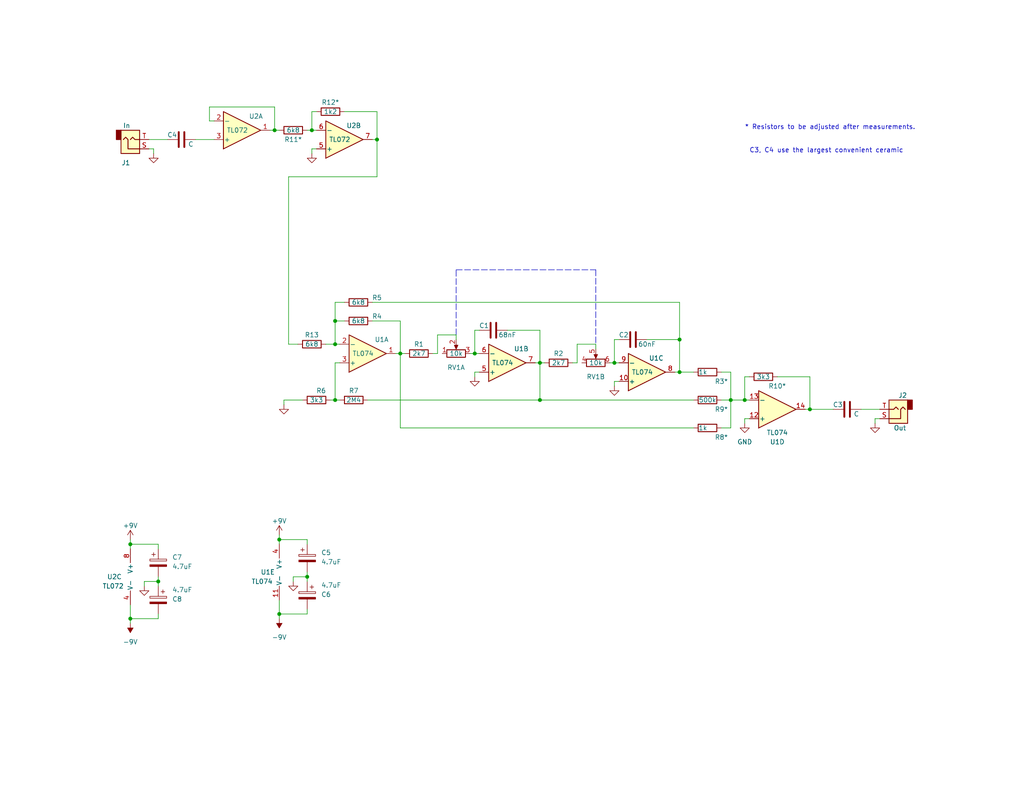
<source format=kicad_sch>
(kicad_sch (version 20230121) (generator eeschema)
  (paper "USLetter")
  (title_block (title "Acoustic Guitar Notch Filter") (date "2023-04-01"))
  (lib_symbols
    (symbol "Amplifier_Operational:TL072" (pin_names (offset 0.127))
      (property "Reference" "U" (at 0 5.08 0))
      (property "Value" "TL072" (at 0 -5.08 0))
      (symbol "TL072_1_1"
        (polyline (pts (xy -5.08 5.08) (xy 5.08 0) (xy -5.08 -5.08) (xy -5.08 5.08)) (stroke (width 0.254)) (fill (type background)))
        (pin output line (at 7.62 0 180) (length 2.54) (name "~") (number "1"))
        (pin input line (at -7.62 -2.54 0) (length 2.54) (name "-") (number "2"))
        (pin input line (at -7.62 2.54 0) (length 2.54) (name "+") (number "3"))
      )
      (symbol "TL072_2_1"
        (polyline (pts (xy -5.08 5.08) (xy 5.08 0) (xy -5.08 -5.08) (xy -5.08 5.08)) (stroke (width 0.254)) (fill (type background)))
        (pin input line (at -7.62 2.54 0) (length 2.54) (name "+") (number "5"))
        (pin input line (at -7.62 -2.54 0) (length 2.54) (name "-") (number "6"))
        (pin output line (at 7.62 0 180) (length 2.54) (name "~") (number "7"))
      )
      (symbol "TL072_3_1"
        (pin power_in line (at -2.54 -7.62 90) (length 3.81) (name "V-") (number "4"))
        (pin power_in line (at -2.54 7.62 270) (length 3.81) (name "V+") (number "8"))
      )
    )
    (symbol "Amplifier_Operational:TL074" (pin_names (offset 0.127))
      (property "Reference" "U" (at 0 5.08 0))
      (property "Value" "TL074" (at 0 -5.08 0))
      (symbol "TL074_1_1"
        (polyline (pts (xy -5.08 5.08) (xy 5.08 0) (xy -5.08 -5.08) (xy -5.08 5.08)) (stroke (width 0.254)) (fill (type background)))
        (pin output line (at 7.62 0 180) (length 2.54) (name "~") (number "1"))
        (pin input line (at -7.62 -2.54 0) (length 2.54) (name "-") (number "2"))
        (pin input line (at -7.62 2.54 0) (length 2.54) (name "+") (number "3"))
      )
      (symbol "TL074_2_1"
        (polyline (pts (xy -5.08 5.08) (xy 5.08 0) (xy -5.08 -5.08) (xy -5.08 5.08)) (stroke (width 0.254)) (fill (type background)))
        (pin input line (at -7.62 2.54 0) (length 2.54) (name "+") (number "5"))
        (pin input line (at -7.62 -2.54 0) (length 2.54) (name "-") (number "6"))
        (pin output line (at 7.62 0 180) (length 2.54) (name "~") (number "7"))
      )
      (symbol "TL074_3_1"
        (polyline (pts (xy -5.08 5.08) (xy 5.08 0) (xy -5.08 -5.08) (xy -5.08 5.08)) (stroke (width 0.254)) (fill (type background)))
        (pin input line (at -7.62 2.54 0) (length 2.54) (name "+") (number "10"))
        (pin output line (at 7.62 0 180) (length 2.54) (name "~") (number "8"))
        (pin input line (at -7.62 -2.54 0) (length 2.54) (name "-") (number "9"))
      )
      (symbol "TL074_4_1"
        (polyline (pts (xy -5.08 5.08) (xy 5.08 0) (xy -5.08 -5.08) (xy -5.08 5.08)) (stroke (width 0.254)) (fill (type background)))
        (pin input line (at -7.62 2.54 0) (length 2.54) (name "+") (number "12"))
        (pin input line (at -7.62 -2.54 0) (length 2.54) (name "-") (number "13"))
        (pin output line (at 7.62 0 180) (length 2.54) (name "~") (number "14"))
      )
      (symbol "TL074_5_1"
        (pin power_in line (at -2.54 -7.62 90) (length 3.81) (name "V-") (number "11"))
        (pin power_in line (at -2.54 7.62 270) (length 3.81) (name "V+") (number "4"))
      )
    )
    (symbol "Connector_Audio:AudioJack2"
      (property "Reference" "J" (at 0 8.89 0))
      (property "Value" "AudioJack2" (at 0 6.35 0))
      (symbol "AudioJack2_0_1"
        (rectangle (start -3.81 0) (end -2.54 -2.54) (stroke (width 0.254)) (fill (type outline)))
        (rectangle (start -2.54 3.81) (end 2.54 -2.54) (stroke (width 0.254)) (fill (type background)))
        (polyline (pts (xy 0 0) (xy 0.635 -0.635) (xy 1.27 0) (xy 2.54 0)) (stroke (width 0.254)))
        (polyline (pts (xy 2.54 2.54) (xy -0.635 2.54) (xy -0.635 0) (xy -1.27 -0.635) (xy -1.905 0)) (stroke (width 0.254)))
      )
      (symbol "AudioJack2_1_1"
        (pin passive line (at 5.08 2.54 180) (length 2.54) (name "~") (number "S"))
        (pin passive line (at 5.08 0 180) (length 2.54) (name "~") (number "T"))
      )
    )
    (symbol "Device:C" (pin_numbers hide) (pin_names (offset 0.254))
      (property "Reference" "C" (at 0.635 2.54 0))
      (property "Value" "C" (at 0.635 -2.54 0))
      (symbol "C_0_1"
        (polyline (pts (xy -2.032 -0.762) (xy 2.032 -0.762)) (stroke (width 0.508)))
        (polyline (pts (xy -2.032 0.762) (xy 2.032 0.762)) (stroke (width 0.508)))
      )
      (symbol "C_1_1"
        (pin passive line (at 0 3.81 270) (length 2.794) (name "~") (number "1"))
        (pin passive line (at 0 -3.81 90) (length 2.794) (name "~") (number "2"))
      )
    )
    (symbol "Device:C_Polarized" (pin_numbers hide) (pin_names (offset 0.254))
      (property "Reference" "C" (at 0.635 2.54 0))
      (property "Value" "C_Polarized" (at 0.635 -2.54 0))
      (symbol "C_Polarized_0_1"
        (rectangle (start -2.286 0.508) (end 2.286 1.016))
        (polyline (pts (xy -1.778 2.286) (xy -0.762 2.286)))
        (polyline (pts (xy -1.27 2.794) (xy -1.27 1.778)))
        (rectangle (start 2.286 -0.508) (end -2.286 -1.016) (fill (type outline)))
      )
      (symbol "C_Polarized_1_1"
        (pin passive line (at 0 3.81 270) (length 2.794) (name "~") (number "1"))
        (pin passive line (at 0 -3.81 90) (length 2.794) (name "~") (number "2"))
      )
    )
    (symbol "Device:R" (pin_numbers hide) (pin_names (offset 0))
      (property "Reference" "R" (at 2.032 0 90))
      (property "Value" "R" (at 0 0 90))
      (symbol "R_0_1"
        (rectangle (start -1.016 -2.54) (end 1.016 2.54) (stroke (width 0.254)))
      )
      (symbol "R_1_1"
        (pin passive line (at 0 3.81 270) (length 1.27) (name "~") (number "1"))
        (pin passive line (at 0 -3.81 90) (length 1.27) (name "~") (number "2"))
      )
    )
    (symbol "Device:R_Potentiometer_Dual_Separate" (pin_names (offset 1.016) hide)
      (property "Reference" "RV" (at -4.445 0 90))
      (property "Value" "R_Potentiometer_Dual_Separate" (at -2.54 0 90))
      (symbol "R_Potentiometer_Dual_Separate_0_1"
        (polyline (pts (xy 2.54 0) (xy 1.524 0)))
        (polyline (pts (xy 1.143 0) (xy 2.286 0.508) (xy 2.286 -0.508) (xy 1.143 0)) (fill (type outline)))
        (rectangle (start 1.016 2.54) (end -1.016 -2.54) (stroke (width 0.254)))
      )
      (symbol "R_Potentiometer_Dual_Separate_1_1"
        (pin passive line (at 0 3.81 270) (length 1.27) (name "1") (number "1"))
        (pin passive line (at 3.81 0 180) (length 1.27) (name "2") (number "2"))
        (pin passive line (at 0 -3.81 90) (length 1.27) (name "3") (number "3"))
      )
      (symbol "R_Potentiometer_Dual_Separate_2_1"
        (pin passive line (at 0 3.81 270) (length 1.27) (name "4") (number "4"))
        (pin passive line (at 3.81 0 180) (length 1.27) (name "5") (number "5"))
        (pin passive line (at 0 -3.81 90) (length 1.27) (name "6") (number "6"))
      )
    )
    (symbol "power:+9V" (power) (pin_names (offset 0))
      (property "Value" "+9V" (at 0 3.556 0))
      (symbol "+9V_0_1"
        (polyline (pts (xy -0.762 1.27) (xy 0 2.54)))
        (polyline (pts (xy 0 0) (xy 0 2.54)))
        (polyline (pts (xy 0 2.54) (xy 0.762 1.27)))
      )
      (symbol "+9V_1_1"
        (pin power_in line (at 0 0 90) (length 0) hide (name "+9V") (number "1"))
      )
    )
    (symbol "power:-9V" (power) (pin_names (offset 0))
      (property "Value" "-9V" (at 0 3.81 0))
      (symbol "-9V_0_1"
        (polyline (pts (xy 0 0) (xy 0 2.54)))
        (polyline (pts (xy 0.762 1.27) (xy -0.762 1.27) (xy 0 2.54) (xy 0.762 1.27)) (fill (type outline)))
      )
      (symbol "-9V_1_1"
        (pin power_in line (at 0 0 90) (length 0) hide (name "-9V") (number "1"))
      )
    )
    (symbol "power:GND" (power) (pin_names (offset 0))
      (property "Value" "GND" (at 0 -3.81 0))
      (symbol "GND_0_1"
        (polyline (pts (xy 0 0) (xy 0 -1.27) (xy 1.27 -1.27) (xy 0 -2.54) (xy -1.27 -1.27) (xy 0 -1.27)))
      )
      (symbol "GND_1_1"
        (pin power_in line (at 0 0 270) (length 0) hide (name "GND") (number "1"))
      )
    )
  )
  (junction (at 185.42 92.71))
  (junction (at 203.2 109.22))
  (junction (at 43.18 158.75))
  (junction (at 185.42 101.6))
  (junction (at 83.82 157.48))
  (junction (at 167.64 99.06))
  (junction (at 35.56 148.59))
  (junction (at 220.98 111.76))
  (junction (at 102.87 38.1))
  (junction (at 91.44 87.63))
  (junction (at 85.09 35.56))
  (junction (at 109.22 96.52))
  (junction (at 147.32 99.06))
  (junction (at 129.54 96.52))
  (junction (at 76.2 147.32))
  (junction (at 199.39 109.22))
  (junction (at 76.2 167.64))
  (junction (at 91.44 93.98))
  (junction (at 91.44 109.22))
  (junction (at 35.56 168.91))
  (junction (at 74.93 35.56))
  (junction (at 147.32 109.22))
  (wire (pts (xy 57.15 29.21) (xy 57.15 33.02)))
  (wire (pts (xy 76.2 163.83) (xy 76.2 167.64)))
  (wire (pts (xy 118.11 96.52) (xy 119.38 96.52)))
  (wire (pts (xy 124.46 91.44) (xy 119.38 91.44)))
  (wire (pts (xy 130.81 90.17) (xy 129.54 90.17)))
  (wire (pts (xy 203.2 109.22) (xy 204.47 109.22)))
  (polyline (pts (xy 162.56 73.66) (xy 162.56 93.98)) (stroke (width 0) (type dash)))
  (wire (pts (xy 109.22 96.52) (xy 110.49 96.52)))
  (wire (pts (xy 90.17 109.22) (xy 91.44 109.22)))
  (wire (pts (xy 129.54 102.87) (xy 129.54 101.6)))
  (wire (pts (xy 85.09 30.48) (xy 85.09 35.56)))
  (wire (pts (xy 41.91 40.64) (xy 40.64 40.64)))
  (wire (pts (xy 167.64 92.71) (xy 167.64 99.06)))
  (wire (pts (xy 138.43 90.17) (xy 147.32 90.17)))
  (wire (pts (xy 39.37 160.02) (xy 39.37 158.75)))
  (wire (pts (xy 196.85 101.6) (xy 199.39 101.6)))
  (wire (pts (xy 157.48 93.98) (xy 157.48 99.06)))
  (wire (pts (xy 76.2 147.32) (xy 76.2 148.59)))
  (wire (pts (xy 88.9 93.98) (xy 91.44 93.98)))
  (wire (pts (xy 119.38 91.44) (xy 119.38 96.52)))
  (wire (pts (xy 109.22 96.52) (xy 109.22 116.84)))
  (wire (pts (xy 238.76 115.57) (xy 238.76 114.3)))
  (wire (pts (xy 85.09 41.91) (xy 85.09 40.64)))
  (wire (pts (xy 43.18 168.91) (xy 35.56 168.91)))
  (wire (pts (xy 83.82 148.59) (xy 83.82 147.32)))
  (wire (pts (xy 199.39 109.22) (xy 203.2 109.22)))
  (wire (pts (xy 203.2 102.87) (xy 203.2 109.22)))
  (wire (pts (xy 166.37 99.06) (xy 167.64 99.06)))
  (wire (pts (xy 80.01 157.48) (xy 83.82 157.48)))
  (wire (pts (xy 147.32 90.17) (xy 147.32 99.06)))
  (wire (pts (xy 91.44 109.22) (xy 92.71 109.22)))
  (wire (pts (xy 76.2 147.32) (xy 83.82 147.32)))
  (wire (pts (xy 185.42 82.55) (xy 185.42 92.71)))
  (wire (pts (xy 156.21 99.06) (xy 157.48 99.06)))
  (wire (pts (xy 203.2 115.57) (xy 203.2 114.3)))
  (wire (pts (xy 77.47 109.22) (xy 82.55 109.22)))
  (wire (pts (xy 107.95 96.52) (xy 109.22 96.52)))
  (wire (pts (xy 83.82 35.56) (xy 85.09 35.56)))
  (wire (pts (xy 196.85 116.84) (xy 199.39 116.84)))
  (wire (pts (xy 85.09 35.56) (xy 86.36 35.56)))
  (wire (pts (xy 74.93 35.56) (xy 74.93 29.21)))
  (wire (pts (xy 91.44 87.63) (xy 93.98 87.63)))
  (wire (pts (xy 128.27 96.52) (xy 129.54 96.52)))
  (wire (pts (xy 109.22 116.84) (xy 189.23 116.84)))
  (wire (pts (xy 91.44 82.55) (xy 93.98 82.55)))
  (wire (pts (xy 102.87 38.1) (xy 102.87 30.48)))
  (wire (pts (xy 73.66 35.56) (xy 74.93 35.56)))
  (wire (pts (xy 43.18 158.75) (xy 43.18 160.02)))
  (wire (pts (xy 83.82 166.37) (xy 83.82 167.64)))
  (wire (pts (xy 78.74 93.98) (xy 78.74 48.26)))
  (wire (pts (xy 129.54 96.52) (xy 130.81 96.52)))
  (wire (pts (xy 220.98 111.76) (xy 227.33 111.76)))
  (wire (pts (xy 83.82 167.64) (xy 76.2 167.64)))
  (wire (pts (xy 184.15 101.6) (xy 185.42 101.6)))
  (wire (pts (xy 168.91 92.71) (xy 167.64 92.71)))
  (wire (pts (xy 101.6 38.1) (xy 102.87 38.1)))
  (wire (pts (xy 39.37 158.75) (xy 43.18 158.75)))
  (wire (pts (xy 77.47 109.22) (xy 77.47 110.49)))
  (wire (pts (xy 185.42 101.6) (xy 189.23 101.6)))
  (wire (pts (xy 147.32 99.06) (xy 148.59 99.06)))
  (wire (pts (xy 100.33 109.22) (xy 147.32 109.22)))
  (wire (pts (xy 74.93 35.56) (xy 76.2 35.56)))
  (wire (pts (xy 76.2 167.64) (xy 76.2 168.91)))
  (wire (pts (xy 199.39 101.6) (xy 199.39 109.22)))
  (wire (pts (xy 35.56 148.59) (xy 35.56 149.86)))
  (wire (pts (xy 91.44 82.55) (xy 91.44 87.63)))
  (wire (pts (xy 92.71 99.06) (xy 91.44 99.06)))
  (wire (pts (xy 129.54 90.17) (xy 129.54 96.52)))
  (polyline (pts (xy 124.46 73.66) (xy 162.56 73.66)) (stroke (width 0) (type dash)))
  (wire (pts (xy 35.56 148.59) (xy 43.18 148.59)))
  (wire (pts (xy 43.18 157.48) (xy 43.18 158.75)))
  (wire (pts (xy 83.82 156.21) (xy 83.82 157.48)))
  (wire (pts (xy 129.54 101.6) (xy 130.81 101.6)))
  (wire (pts (xy 167.64 104.14) (xy 168.91 104.14)))
  (wire (pts (xy 74.93 29.21) (xy 57.15 29.21)))
  (wire (pts (xy 78.74 93.98) (xy 81.28 93.98)))
  (wire (pts (xy 85.09 40.64) (xy 86.36 40.64)))
  (wire (pts (xy 185.42 101.6) (xy 185.42 92.71)))
  (wire (pts (xy 76.2 146.05) (xy 76.2 147.32)))
  (wire (pts (xy 101.6 87.63) (xy 109.22 87.63)))
  (wire (pts (xy 91.44 99.06) (xy 91.44 109.22)))
  (wire (pts (xy 109.22 87.63) (xy 109.22 96.52)))
  (wire (pts (xy 147.32 109.22) (xy 189.23 109.22)))
  (wire (pts (xy 220.98 102.87) (xy 212.09 102.87)))
  (wire (pts (xy 146.05 99.06) (xy 147.32 99.06)))
  (wire (pts (xy 40.64 38.1) (xy 45.72 38.1)))
  (wire (pts (xy 102.87 30.48) (xy 93.98 30.48)))
  (wire (pts (xy 86.36 30.48) (xy 85.09 30.48)))
  (wire (pts (xy 83.82 157.48) (xy 83.82 158.75)))
  (wire (pts (xy 203.2 114.3) (xy 204.47 114.3)))
  (wire (pts (xy 219.71 111.76) (xy 220.98 111.76)))
  (wire (pts (xy 162.56 95.25) (xy 162.56 93.98)))
  (wire (pts (xy 80.01 158.75) (xy 80.01 157.48)))
  (wire (pts (xy 204.47 102.87) (xy 203.2 102.87)))
  (wire (pts (xy 91.44 87.63) (xy 91.44 93.98)))
  (wire (pts (xy 196.85 109.22) (xy 199.39 109.22)))
  (wire (pts (xy 35.56 170.18) (xy 35.56 168.91)))
  (wire (pts (xy 101.6 82.55) (xy 185.42 82.55)))
  (wire (pts (xy 234.95 111.76) (xy 240.03 111.76)))
  (wire (pts (xy 57.15 33.02) (xy 58.42 33.02)))
  (wire (pts (xy 147.32 109.22) (xy 147.32 99.06)))
  (wire (pts (xy 102.87 48.26) (xy 102.87 38.1)))
  (wire (pts (xy 78.74 48.26) (xy 102.87 48.26)))
  (wire (pts (xy 124.46 92.71) (xy 124.46 91.44)))
  (wire (pts (xy 220.98 111.76) (xy 220.98 102.87)))
  (wire (pts (xy 238.76 114.3) (xy 240.03 114.3)))
  (wire (pts (xy 167.64 99.06) (xy 168.91 99.06)))
  (wire (pts (xy 199.39 109.22) (xy 199.39 116.84)))
  (wire (pts (xy 41.91 41.91) (xy 41.91 40.64)))
  (wire (pts (xy 162.56 93.98) (xy 157.48 93.98)))
  (wire (pts (xy 53.34 38.1) (xy 58.42 38.1)))
  (wire (pts (xy 92.71 93.98) (xy 91.44 93.98)))
  (wire (pts (xy 43.18 149.86) (xy 43.18 148.59)))
  (wire (pts (xy 176.53 92.71) (xy 185.42 92.71)))
  (wire (pts (xy 43.18 167.64) (xy 43.18 168.91)))
  (wire (pts (xy 35.56 165.1) (xy 35.56 168.91)))
  (wire (pts (xy 35.56 147.32) (xy 35.56 148.59)))
  (wire (pts (xy 167.64 105.41) (xy 167.64 104.14)))
  (polyline (pts (xy 124.46 91.44) (xy 124.46 73.66)) (stroke (width 0) (type dash)))
  (text "* Resistors to be adjusted after measurements." (at 203.2 35.56 0) (effects (font (size 1.27 1.27)) (justify left bottom)))
  (text "C3, C4 use the largest convenient ceramic" (at 204.47 41.91 0) (effects (font (size 1.27 1.27)) (justify left bottom)))
  (symbol (lib_id "Device:R") (at 193.04 101.6 90) (unit 1)
    (property "Reference" "R3*" (at 196.85 104.14 90))
    (property "Value" "1k" (at 191.77 101.6 90))
  )
  (symbol (lib_id "power:-9V") (at 76.2 168.91 0) (mirror x) (unit 1)
    (property "Reference" "#PWR012" (effects hide))
    (property "Value" "-9V" (at 76.2 173.99 0))
  )
  (symbol (lib_id "Device:C_Polarized") (at 83.82 152.4 0) (unit 1)
    (property "Reference" "C5" (at 87.63 150.876 0) (effects (justify left)))
    (property "Value" "4.7uF" (at 87.63 153.416 0) (effects (justify left)))
  )
  (symbol (lib_id "power:+9V") (at 76.2 146.05 0) (unit 1)
    (property "Reference" "#PWR010" (effects hide))
    (property "Value" "+9V" (at 76.2 142.24 0))
  )
  (symbol (lib_id "power:GND") (at 129.54 102.87 0) (unit 1)
    (property "Reference" "#PWR02" (effects hide))
    (property "Value" "GND" (effects hide))
  )
  (symbol (lib_id "Connector_Audio:AudioJack2") (at 35.56 38.1 0) (mirror x) (unit 1)
    (property "Reference" "J1" (at 35.56 44.45 0) (effects (justify right)))
    (property "Value" "In" (at 35.56 34.29 0) (effects (justify right)))
  )
  (symbol (lib_id "Device:C") (at 231.14 111.76 270) (unit 1)
    (property "Reference" "C3" (at 228.6 110.49 90))
    (property "Value" "C" (at 233.68 113.03 90))
  )
  (symbol (lib_id "Device:R") (at 208.28 102.87 90) (unit 1)
    (property "Reference" "R10*" (at 212.09 105.41 90))
    (property "Value" "3k3" (at 208.28 102.87 90))
  )
  (symbol (lib_id "Device:R") (at 80.01 35.56 90) (unit 1)
    (property "Reference" "R11*" (at 80.01 38.1 90))
    (property "Value" "6k8" (at 80.01 35.56 90))
  )
  (symbol (lib_id "Device:C_Polarized") (at 43.18 163.83 0) (mirror y) (unit 1)
    (property "Reference" "C8" (at 46.99 163.576 0) (effects (justify right)))
    (property "Value" "4.7uF" (at 46.99 161.036 0) (effects (justify right)))
  )
  (symbol (lib_id "power:GND") (at 167.64 105.41 0) (unit 1)
    (property "Reference" "#PWR01" (effects hide))
    (property "Value" "GND" (effects hide))
  )
  (symbol (lib_id "Amplifier_Operational:TL074") (at 212.09 111.76 0) (mirror x) (unit 4)
    (property "Reference" "U1" (at 212.09 120.65 0))
    (property "Value" "TL074" (at 212.09 118.11 0))
    (property "Datasheet" "http://www.ti.com/lit/ds/symlink/tl071.pdf" (effects hide))
  )
  (symbol (lib_id "Device:R") (at 97.79 87.63 90) (unit 1)
    (property "Reference" "R4" (at 102.87 86.36 90))
    (property "Value" "6k8" (at 97.79 87.63 90))
  )
  (symbol (lib_id "Device:C_Polarized") (at 43.18 153.67 0) (unit 1)
    (property "Reference" "C7" (at 46.99 152.146 0) (effects (justify left)))
    (property "Value" "4.7uF" (at 46.99 154.686 0) (effects (justify left)))
  )
  (symbol (lib_id "power:GND") (at 85.09 41.91 0) (unit 1)
    (property "Reference" "#PWR05" (effects hide))
    (property "Value" "GND" (effects hide))
  )
  (symbol (lib_id "Device:R") (at 90.17 30.48 90) (unit 1)
    (property "Reference" "R12*" (at 90.17 27.94 90))
    (property "Value" "1k2" (at 90.17 30.48 90))
  )
  (symbol (lib_id "Amplifier_Operational:TL074") (at 100.33 96.52 0) (mirror x) (unit 1)
    (property "Reference" "U1" (at 104.14 92.71 0))
    (property "Value" "TL074" (at 99.06 96.52 0))
    (property "Datasheet" "http://www.ti.com/lit/ds/symlink/tl071.pdf" (effects hide))
  )
  (symbol (lib_id "Device:R_Potentiometer_Dual_Separate") (at 162.56 99.06 90) (unit 2)
    (property "Reference" "RV1" (at 162.56 102.87 90))
    (property "Value" "10k" (at 162.56 99.06 90))
  )
  (symbol (lib_id "Amplifier_Operational:TL072") (at 38.1 157.48 0) (unit 3)
    (property "Reference" "U2" (at 29.21 157.48 0) (effects (justify left)))
    (property "Value" "TL072" (at 27.94 160.02 0) (effects (justify left)))
    (property "Datasheet" "http://www.ti.com/lit/ds/symlink/tl071.pdf" (effects hide))
  )
  (symbol (lib_id "power:GND") (at 80.01 158.75 0) (unit 1)
    (property "Reference" "#PWR013" (effects hide))
    (property "Value" "GND" (effects hide))
  )
  (symbol (lib_id "Device:R") (at 97.79 82.55 90) (unit 1)
    (property "Reference" "R5" (at 102.87 81.28 90))
    (property "Value" "6k8" (at 97.79 82.55 90))
  )
  (symbol (lib_id "Amplifier_Operational:TL072") (at 66.04 35.56 0) (mirror x) (unit 1)
    (property "Reference" "U2" (at 69.85 31.75 0))
    (property "Value" "TL072" (at 64.77 35.56 0))
    (property "Datasheet" "http://www.ti.com/lit/ds/symlink/tl071.pdf" (effects hide))
  )
  (symbol (lib_id "Device:R") (at 193.04 116.84 90) (unit 1)
    (property "Reference" "R8*" (at 196.85 119.38 90))
    (property "Value" "1k" (at 191.77 116.84 90))
  )
  (symbol (lib_id "Amplifier_Operational:TL074") (at 78.74 156.21 0) (unit 5)
    (property "Reference" "U1" (at 71.12 156.21 0) (effects (justify left)))
    (property "Value" "TL074" (at 68.58 158.75 0) (effects (justify left)))
    (property "Datasheet" "http://www.ti.com/lit/ds/symlink/tl071.pdf" (effects hide))
  )
  (symbol (lib_id "Device:R_Potentiometer_Dual_Separate") (at 124.46 96.52 90) (unit 1)
    (property "Reference" "RV1" (at 124.46 100.33 90))
    (property "Value" "10k" (at 124.46 96.52 90))
  )
  (symbol (lib_id "Amplifier_Operational:TL072") (at 93.98 38.1 0) (mirror x) (unit 2)
    (property "Reference" "U2" (at 96.52 34.29 0))
    (property "Value" "TL072" (at 92.71 38.1 0))
    (property "Datasheet" "http://www.ti.com/lit/ds/symlink/tl071.pdf" (effects hide))
  )
  (symbol (lib_id "power:+9V") (at 35.56 147.32 0) (unit 1)
    (property "Reference" "#PWR09" (effects hide))
    (property "Value" "+9V" (at 35.56 143.51 0))
  )
  (symbol (lib_id "power:-9V") (at 35.56 170.18 0) (mirror x) (unit 1)
    (property "Reference" "#PWR011" (effects hide))
    (property "Value" "-9V" (at 35.56 175.26 0))
  )
  (symbol (lib_id "Device:C") (at 172.72 92.71 270) (unit 1)
    (property "Reference" "C2" (at 170.18 91.44 90))
    (property "Value" "60nF" (at 176.53 93.98 90))
  )
  (symbol (lib_id "Connector_Audio:AudioJack2") (at 245.11 111.76 180) (unit 1)
    (property "Reference" "J2" (at 245.11 107.95 0) (effects (justify right)))
    (property "Value" "Out" (at 243.84 116.84 0) (effects (justify right)))
  )
  (symbol (lib_id "Amplifier_Operational:TL074") (at 176.53 101.6 0) (mirror x) (unit 3)
    (property "Reference" "U1" (at 179.07 97.79 0))
    (property "Value" "TL074" (at 175.26 101.6 0))
    (property "Datasheet" "http://www.ti.com/lit/ds/symlink/tl071.pdf" (effects hide))
  )
  (symbol (lib_id "power:GND") (at 39.37 160.02 0) (unit 1)
    (property "Reference" "#PWR014" (effects hide))
    (property "Value" "GND" (effects hide))
  )
  (symbol (lib_id "Amplifier_Operational:TL074") (at 138.43 99.06 0) (mirror x) (unit 2)
    (property "Reference" "U1" (at 142.24 95.25 0))
    (property "Value" "TL074" (at 137.16 99.06 0))
    (property "Datasheet" "http://www.ti.com/lit/ds/symlink/tl071.pdf" (effects hide))
  )
  (symbol (lib_id "Device:R") (at 86.36 109.22 90) (unit 1)
    (property "Reference" "R6" (at 87.63 106.68 90))
    (property "Value" "3k3" (at 86.36 109.22 90))
  )
  (symbol (lib_id "power:GND") (at 203.2 115.57 0) (unit 1)
    (property "Reference" "#PWR03" (effects hide))
    (property "Value" "GND" (at 203.2 120.65 0))
  )
  (symbol (lib_id "power:GND") (at 238.76 115.57 0) (unit 1)
    (property "Reference" "#PWR08" (effects hide))
    (property "Value" "GND" (effects hide))
  )
  (symbol (lib_id "Device:R") (at 193.04 109.22 90) (unit 1)
    (property "Reference" "R9*" (at 196.85 111.76 90))
    (property "Value" "500k" (at 193.04 109.22 90))
  )
  (symbol (lib_id "power:GND") (at 41.91 41.91 0) (mirror y) (unit 1)
    (property "Reference" "#PWR07" (effects hide))
    (property "Value" "GND" (effects hide))
  )
  (symbol (lib_id "Device:R") (at 96.52 109.22 90) (unit 1)
    (property "Reference" "R7" (at 96.52 106.68 90))
    (property "Value" "2M4" (at 96.52 109.22 90))
  )
  (symbol (lib_id "Device:R") (at 85.09 93.98 90) (unit 1)
    (property "Reference" "R13" (at 85.09 91.44 90))
    (property "Value" "6k8" (at 85.09 93.98 90))
  )
  (symbol (lib_id "Device:R") (at 114.3 96.52 90) (unit 1)
    (property "Reference" "R1" (at 114.3 93.98 90))
    (property "Value" "2k7" (at 114.3 96.52 90))
  )
  (symbol (lib_id "Device:C") (at 49.53 38.1 270) (unit 1)
    (property "Reference" "C4" (at 46.99 36.83 90))
    (property "Value" "C" (at 52.07 39.37 90))
  )
  (symbol (lib_id "power:GND") (at 77.47 110.49 0) (unit 1)
    (property "Reference" "#PWR04" (effects hide))
    (property "Value" "GND" (effects hide))
  )
  (symbol (lib_id "Device:R") (at 152.4 99.06 90) (unit 1)
    (property "Reference" "R2" (at 152.4 96.52 90))
    (property "Value" "2k7" (at 152.4 99.06 90))
  )
  (symbol (lib_id "Device:C_Polarized") (at 83.82 162.56 0) (mirror y) (unit 1)
    (property "Reference" "C6" (at 87.63 162.306 0) (effects (justify right)))
    (property "Value" "4.7uF" (at 87.63 159.766 0) (effects (justify right)))
  )
  (symbol (lib_id "Device:C") (at 134.62 90.17 270) (unit 1)
    (property "Reference" "C1" (at 132.08 88.9 90))
    (property "Value" "68nF" (at 138.43 91.44 90))
  )
)
</source>
